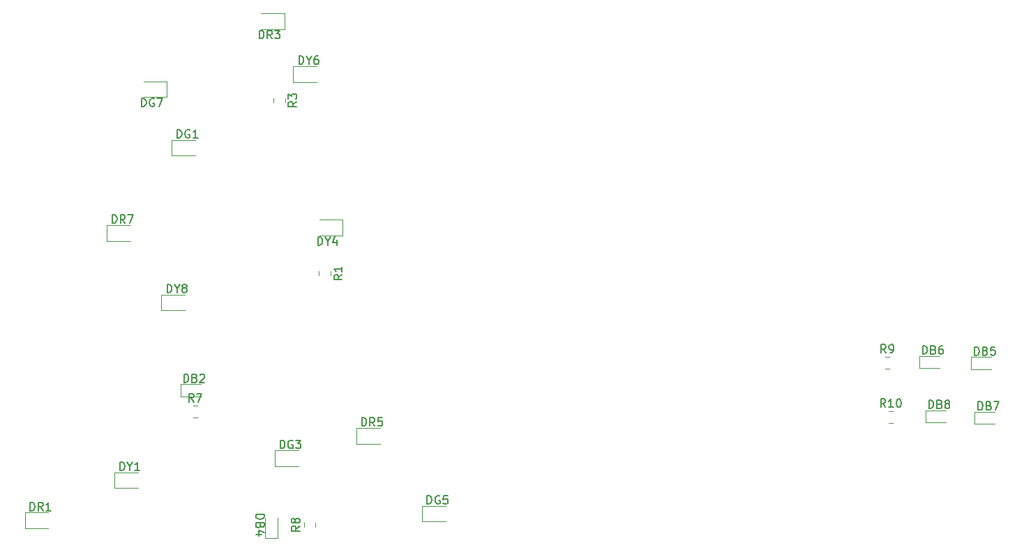
<source format=gbr>
%TF.GenerationSoftware,KiCad,Pcbnew,(5.1.10)-1*%
%TF.CreationDate,2021-10-19T12:04:05+02:00*%
%TF.ProjectId,_autosave-BaumOben,5f617574-6f73-4617-9665-2d4261756d4f,rev?*%
%TF.SameCoordinates,Original*%
%TF.FileFunction,Legend,Top*%
%TF.FilePolarity,Positive*%
%FSLAX46Y46*%
G04 Gerber Fmt 4.6, Leading zero omitted, Abs format (unit mm)*
G04 Created by KiCad (PCBNEW (5.1.10)-1) date 2021-10-19 12:04:05*
%MOMM*%
%LPD*%
G01*
G04 APERTURE LIST*
%ADD10C,0.120000*%
%ADD11C,0.150000*%
G04 APERTURE END LIST*
D10*
%TO.C,R10*%
X179752248Y-112066000D02*
X180274752Y-112066000D01*
X179752248Y-113486000D02*
X180274752Y-113486000D01*
%TO.C,R9*%
X179316748Y-105462000D02*
X179839252Y-105462000D01*
X179316748Y-106882000D02*
X179839252Y-106882000D01*
%TO.C,R8*%
X108764000Y-126118252D02*
X108764000Y-125595748D01*
X110184000Y-126118252D02*
X110184000Y-125595748D01*
%TO.C,R7*%
X95306248Y-111431000D02*
X95828752Y-111431000D01*
X95306248Y-112851000D02*
X95828752Y-112851000D01*
%TO.C,R3*%
X106501000Y-74033748D02*
X106501000Y-74556252D01*
X105081000Y-74033748D02*
X105081000Y-74556252D01*
%TO.C,R1*%
X112025500Y-95061248D02*
X112025500Y-95583752D01*
X110605500Y-95061248D02*
X110605500Y-95583752D01*
%TO.C,DY8*%
X94345000Y-97909500D02*
X91485000Y-97909500D01*
X91485000Y-97909500D02*
X91485000Y-99829500D01*
X91485000Y-99829500D02*
X94345000Y-99829500D01*
%TO.C,DY6*%
X110347000Y-70160000D02*
X107487000Y-70160000D01*
X107487000Y-70160000D02*
X107487000Y-72080000D01*
X107487000Y-72080000D02*
X110347000Y-72080000D01*
%TO.C,DY4*%
X110633000Y-90749000D02*
X113493000Y-90749000D01*
X113493000Y-90749000D02*
X113493000Y-88829000D01*
X113493000Y-88829000D02*
X110633000Y-88829000D01*
%TO.C,DY1*%
X88630000Y-119499500D02*
X85770000Y-119499500D01*
X85770000Y-119499500D02*
X85770000Y-121419500D01*
X85770000Y-121419500D02*
X88630000Y-121419500D01*
%TO.C,DR7*%
X87741000Y-89464000D02*
X84881000Y-89464000D01*
X84881000Y-89464000D02*
X84881000Y-91384000D01*
X84881000Y-91384000D02*
X87741000Y-91384000D01*
%TO.C,DR5*%
X118030500Y-114102000D02*
X115170500Y-114102000D01*
X115170500Y-114102000D02*
X115170500Y-116022000D01*
X115170500Y-116022000D02*
X118030500Y-116022000D01*
%TO.C,DR3*%
X103584500Y-65666500D02*
X106444500Y-65666500D01*
X106444500Y-65666500D02*
X106444500Y-63746500D01*
X106444500Y-63746500D02*
X103584500Y-63746500D01*
%TO.C,DR1*%
X77771500Y-124389000D02*
X74911500Y-124389000D01*
X74911500Y-124389000D02*
X74911500Y-126309000D01*
X74911500Y-126309000D02*
X77771500Y-126309000D01*
%TO.C,DG7*%
X89306000Y-73921500D02*
X92166000Y-73921500D01*
X92166000Y-73921500D02*
X92166000Y-72001500D01*
X92166000Y-72001500D02*
X89306000Y-72001500D01*
%TO.C,DG5*%
X125968000Y-123563500D02*
X123108000Y-123563500D01*
X123108000Y-123563500D02*
X123108000Y-125483500D01*
X123108000Y-125483500D02*
X125968000Y-125483500D01*
%TO.C,DG3*%
X108124500Y-116832500D02*
X105264500Y-116832500D01*
X105264500Y-116832500D02*
X105264500Y-118752500D01*
X105264500Y-118752500D02*
X108124500Y-118752500D01*
%TO.C,DG1*%
X95615000Y-79113500D02*
X92755000Y-79113500D01*
X92755000Y-79113500D02*
X92755000Y-81033500D01*
X92755000Y-81033500D02*
X95615000Y-81033500D01*
%TO.C,DB8*%
X186664500Y-111977500D02*
X184204500Y-111977500D01*
X184204500Y-111977500D02*
X184204500Y-113447500D01*
X184204500Y-113447500D02*
X186664500Y-113447500D01*
%TO.C,DB7*%
X192633500Y-112168000D02*
X190173500Y-112168000D01*
X190173500Y-112168000D02*
X190173500Y-113638000D01*
X190173500Y-113638000D02*
X192633500Y-113638000D01*
%TO.C,DB6*%
X185902500Y-105373500D02*
X183442500Y-105373500D01*
X183442500Y-105373500D02*
X183442500Y-106843500D01*
X183442500Y-106843500D02*
X185902500Y-106843500D01*
%TO.C,DB5*%
X192203000Y-105500500D02*
X189743000Y-105500500D01*
X189743000Y-105500500D02*
X189743000Y-106970500D01*
X189743000Y-106970500D02*
X192203000Y-106970500D01*
%TO.C,DB4*%
X104103500Y-125057000D02*
X104103500Y-127517000D01*
X104103500Y-127517000D02*
X105573500Y-127517000D01*
X105573500Y-127517000D02*
X105573500Y-125057000D01*
%TO.C,DB2*%
X96240500Y-108802500D02*
X93780500Y-108802500D01*
X93780500Y-108802500D02*
X93780500Y-110272500D01*
X93780500Y-110272500D02*
X96240500Y-110272500D01*
%TO.C,R10*%
D11*
X179370642Y-111578380D02*
X179037309Y-111102190D01*
X178799214Y-111578380D02*
X178799214Y-110578380D01*
X179180166Y-110578380D01*
X179275404Y-110626000D01*
X179323023Y-110673619D01*
X179370642Y-110768857D01*
X179370642Y-110911714D01*
X179323023Y-111006952D01*
X179275404Y-111054571D01*
X179180166Y-111102190D01*
X178799214Y-111102190D01*
X180323023Y-111578380D02*
X179751595Y-111578380D01*
X180037309Y-111578380D02*
X180037309Y-110578380D01*
X179942071Y-110721238D01*
X179846833Y-110816476D01*
X179751595Y-110864095D01*
X180942071Y-110578380D02*
X181037309Y-110578380D01*
X181132547Y-110626000D01*
X181180166Y-110673619D01*
X181227785Y-110768857D01*
X181275404Y-110959333D01*
X181275404Y-111197428D01*
X181227785Y-111387904D01*
X181180166Y-111483142D01*
X181132547Y-111530761D01*
X181037309Y-111578380D01*
X180942071Y-111578380D01*
X180846833Y-111530761D01*
X180799214Y-111483142D01*
X180751595Y-111387904D01*
X180703976Y-111197428D01*
X180703976Y-110959333D01*
X180751595Y-110768857D01*
X180799214Y-110673619D01*
X180846833Y-110626000D01*
X180942071Y-110578380D01*
%TO.C,R9*%
X179411333Y-104974380D02*
X179078000Y-104498190D01*
X178839904Y-104974380D02*
X178839904Y-103974380D01*
X179220857Y-103974380D01*
X179316095Y-104022000D01*
X179363714Y-104069619D01*
X179411333Y-104164857D01*
X179411333Y-104307714D01*
X179363714Y-104402952D01*
X179316095Y-104450571D01*
X179220857Y-104498190D01*
X178839904Y-104498190D01*
X179887523Y-104974380D02*
X180078000Y-104974380D01*
X180173238Y-104926761D01*
X180220857Y-104879142D01*
X180316095Y-104736285D01*
X180363714Y-104545809D01*
X180363714Y-104164857D01*
X180316095Y-104069619D01*
X180268476Y-104022000D01*
X180173238Y-103974380D01*
X179982761Y-103974380D01*
X179887523Y-104022000D01*
X179839904Y-104069619D01*
X179792285Y-104164857D01*
X179792285Y-104402952D01*
X179839904Y-104498190D01*
X179887523Y-104545809D01*
X179982761Y-104593428D01*
X180173238Y-104593428D01*
X180268476Y-104545809D01*
X180316095Y-104498190D01*
X180363714Y-104402952D01*
%TO.C,R8*%
X108276380Y-126023666D02*
X107800190Y-126357000D01*
X108276380Y-126595095D02*
X107276380Y-126595095D01*
X107276380Y-126214142D01*
X107324000Y-126118904D01*
X107371619Y-126071285D01*
X107466857Y-126023666D01*
X107609714Y-126023666D01*
X107704952Y-126071285D01*
X107752571Y-126118904D01*
X107800190Y-126214142D01*
X107800190Y-126595095D01*
X107704952Y-125452238D02*
X107657333Y-125547476D01*
X107609714Y-125595095D01*
X107514476Y-125642714D01*
X107466857Y-125642714D01*
X107371619Y-125595095D01*
X107324000Y-125547476D01*
X107276380Y-125452238D01*
X107276380Y-125261761D01*
X107324000Y-125166523D01*
X107371619Y-125118904D01*
X107466857Y-125071285D01*
X107514476Y-125071285D01*
X107609714Y-125118904D01*
X107657333Y-125166523D01*
X107704952Y-125261761D01*
X107704952Y-125452238D01*
X107752571Y-125547476D01*
X107800190Y-125595095D01*
X107895428Y-125642714D01*
X108085904Y-125642714D01*
X108181142Y-125595095D01*
X108228761Y-125547476D01*
X108276380Y-125452238D01*
X108276380Y-125261761D01*
X108228761Y-125166523D01*
X108181142Y-125118904D01*
X108085904Y-125071285D01*
X107895428Y-125071285D01*
X107800190Y-125118904D01*
X107752571Y-125166523D01*
X107704952Y-125261761D01*
%TO.C,R7*%
X95400833Y-110943380D02*
X95067500Y-110467190D01*
X94829404Y-110943380D02*
X94829404Y-109943380D01*
X95210357Y-109943380D01*
X95305595Y-109991000D01*
X95353214Y-110038619D01*
X95400833Y-110133857D01*
X95400833Y-110276714D01*
X95353214Y-110371952D01*
X95305595Y-110419571D01*
X95210357Y-110467190D01*
X94829404Y-110467190D01*
X95734166Y-109943380D02*
X96400833Y-109943380D01*
X95972261Y-110943380D01*
%TO.C,R3*%
X107893380Y-74461666D02*
X107417190Y-74795000D01*
X107893380Y-75033095D02*
X106893380Y-75033095D01*
X106893380Y-74652142D01*
X106941000Y-74556904D01*
X106988619Y-74509285D01*
X107083857Y-74461666D01*
X107226714Y-74461666D01*
X107321952Y-74509285D01*
X107369571Y-74556904D01*
X107417190Y-74652142D01*
X107417190Y-75033095D01*
X106893380Y-74128333D02*
X106893380Y-73509285D01*
X107274333Y-73842619D01*
X107274333Y-73699761D01*
X107321952Y-73604523D01*
X107369571Y-73556904D01*
X107464809Y-73509285D01*
X107702904Y-73509285D01*
X107798142Y-73556904D01*
X107845761Y-73604523D01*
X107893380Y-73699761D01*
X107893380Y-73985476D01*
X107845761Y-74080714D01*
X107798142Y-74128333D01*
%TO.C,R1*%
X113417880Y-95489166D02*
X112941690Y-95822500D01*
X113417880Y-96060595D02*
X112417880Y-96060595D01*
X112417880Y-95679642D01*
X112465500Y-95584404D01*
X112513119Y-95536785D01*
X112608357Y-95489166D01*
X112751214Y-95489166D01*
X112846452Y-95536785D01*
X112894071Y-95584404D01*
X112941690Y-95679642D01*
X112941690Y-96060595D01*
X113417880Y-94536785D02*
X113417880Y-95108214D01*
X113417880Y-94822500D02*
X112417880Y-94822500D01*
X112560738Y-94917738D01*
X112655976Y-95012976D01*
X112703595Y-95108214D01*
%TO.C,DY8*%
X92178333Y-97671880D02*
X92178333Y-96671880D01*
X92416428Y-96671880D01*
X92559285Y-96719500D01*
X92654523Y-96814738D01*
X92702142Y-96909976D01*
X92749761Y-97100452D01*
X92749761Y-97243309D01*
X92702142Y-97433785D01*
X92654523Y-97529023D01*
X92559285Y-97624261D01*
X92416428Y-97671880D01*
X92178333Y-97671880D01*
X93368809Y-97195690D02*
X93368809Y-97671880D01*
X93035476Y-96671880D02*
X93368809Y-97195690D01*
X93702142Y-96671880D01*
X94178333Y-97100452D02*
X94083095Y-97052833D01*
X94035476Y-97005214D01*
X93987857Y-96909976D01*
X93987857Y-96862357D01*
X94035476Y-96767119D01*
X94083095Y-96719500D01*
X94178333Y-96671880D01*
X94368809Y-96671880D01*
X94464047Y-96719500D01*
X94511666Y-96767119D01*
X94559285Y-96862357D01*
X94559285Y-96909976D01*
X94511666Y-97005214D01*
X94464047Y-97052833D01*
X94368809Y-97100452D01*
X94178333Y-97100452D01*
X94083095Y-97148071D01*
X94035476Y-97195690D01*
X93987857Y-97290928D01*
X93987857Y-97481404D01*
X94035476Y-97576642D01*
X94083095Y-97624261D01*
X94178333Y-97671880D01*
X94368809Y-97671880D01*
X94464047Y-97624261D01*
X94511666Y-97576642D01*
X94559285Y-97481404D01*
X94559285Y-97290928D01*
X94511666Y-97195690D01*
X94464047Y-97148071D01*
X94368809Y-97100452D01*
%TO.C,DY6*%
X108180333Y-69922380D02*
X108180333Y-68922380D01*
X108418428Y-68922380D01*
X108561285Y-68970000D01*
X108656523Y-69065238D01*
X108704142Y-69160476D01*
X108751761Y-69350952D01*
X108751761Y-69493809D01*
X108704142Y-69684285D01*
X108656523Y-69779523D01*
X108561285Y-69874761D01*
X108418428Y-69922380D01*
X108180333Y-69922380D01*
X109370809Y-69446190D02*
X109370809Y-69922380D01*
X109037476Y-68922380D02*
X109370809Y-69446190D01*
X109704142Y-68922380D01*
X110466047Y-68922380D02*
X110275571Y-68922380D01*
X110180333Y-68970000D01*
X110132714Y-69017619D01*
X110037476Y-69160476D01*
X109989857Y-69350952D01*
X109989857Y-69731904D01*
X110037476Y-69827142D01*
X110085095Y-69874761D01*
X110180333Y-69922380D01*
X110370809Y-69922380D01*
X110466047Y-69874761D01*
X110513666Y-69827142D01*
X110561285Y-69731904D01*
X110561285Y-69493809D01*
X110513666Y-69398571D01*
X110466047Y-69350952D01*
X110370809Y-69303333D01*
X110180333Y-69303333D01*
X110085095Y-69350952D01*
X110037476Y-69398571D01*
X109989857Y-69493809D01*
%TO.C,DY4*%
X110466333Y-91891380D02*
X110466333Y-90891380D01*
X110704428Y-90891380D01*
X110847285Y-90939000D01*
X110942523Y-91034238D01*
X110990142Y-91129476D01*
X111037761Y-91319952D01*
X111037761Y-91462809D01*
X110990142Y-91653285D01*
X110942523Y-91748523D01*
X110847285Y-91843761D01*
X110704428Y-91891380D01*
X110466333Y-91891380D01*
X111656809Y-91415190D02*
X111656809Y-91891380D01*
X111323476Y-90891380D02*
X111656809Y-91415190D01*
X111990142Y-90891380D01*
X112752047Y-91224714D02*
X112752047Y-91891380D01*
X112513952Y-90843761D02*
X112275857Y-91558047D01*
X112894904Y-91558047D01*
%TO.C,DY1*%
X86463333Y-119261880D02*
X86463333Y-118261880D01*
X86701428Y-118261880D01*
X86844285Y-118309500D01*
X86939523Y-118404738D01*
X86987142Y-118499976D01*
X87034761Y-118690452D01*
X87034761Y-118833309D01*
X86987142Y-119023785D01*
X86939523Y-119119023D01*
X86844285Y-119214261D01*
X86701428Y-119261880D01*
X86463333Y-119261880D01*
X87653809Y-118785690D02*
X87653809Y-119261880D01*
X87320476Y-118261880D02*
X87653809Y-118785690D01*
X87987142Y-118261880D01*
X88844285Y-119261880D02*
X88272857Y-119261880D01*
X88558571Y-119261880D02*
X88558571Y-118261880D01*
X88463333Y-118404738D01*
X88368095Y-118499976D01*
X88272857Y-118547595D01*
%TO.C,DR7*%
X85502904Y-89226380D02*
X85502904Y-88226380D01*
X85741000Y-88226380D01*
X85883857Y-88274000D01*
X85979095Y-88369238D01*
X86026714Y-88464476D01*
X86074333Y-88654952D01*
X86074333Y-88797809D01*
X86026714Y-88988285D01*
X85979095Y-89083523D01*
X85883857Y-89178761D01*
X85741000Y-89226380D01*
X85502904Y-89226380D01*
X87074333Y-89226380D02*
X86741000Y-88750190D01*
X86502904Y-89226380D02*
X86502904Y-88226380D01*
X86883857Y-88226380D01*
X86979095Y-88274000D01*
X87026714Y-88321619D01*
X87074333Y-88416857D01*
X87074333Y-88559714D01*
X87026714Y-88654952D01*
X86979095Y-88702571D01*
X86883857Y-88750190D01*
X86502904Y-88750190D01*
X87407666Y-88226380D02*
X88074333Y-88226380D01*
X87645761Y-89226380D01*
%TO.C,DR5*%
X115792404Y-113864380D02*
X115792404Y-112864380D01*
X116030500Y-112864380D01*
X116173357Y-112912000D01*
X116268595Y-113007238D01*
X116316214Y-113102476D01*
X116363833Y-113292952D01*
X116363833Y-113435809D01*
X116316214Y-113626285D01*
X116268595Y-113721523D01*
X116173357Y-113816761D01*
X116030500Y-113864380D01*
X115792404Y-113864380D01*
X117363833Y-113864380D02*
X117030500Y-113388190D01*
X116792404Y-113864380D02*
X116792404Y-112864380D01*
X117173357Y-112864380D01*
X117268595Y-112912000D01*
X117316214Y-112959619D01*
X117363833Y-113054857D01*
X117363833Y-113197714D01*
X117316214Y-113292952D01*
X117268595Y-113340571D01*
X117173357Y-113388190D01*
X116792404Y-113388190D01*
X118268595Y-112864380D02*
X117792404Y-112864380D01*
X117744785Y-113340571D01*
X117792404Y-113292952D01*
X117887642Y-113245333D01*
X118125738Y-113245333D01*
X118220976Y-113292952D01*
X118268595Y-113340571D01*
X118316214Y-113435809D01*
X118316214Y-113673904D01*
X118268595Y-113769142D01*
X118220976Y-113816761D01*
X118125738Y-113864380D01*
X117887642Y-113864380D01*
X117792404Y-113816761D01*
X117744785Y-113769142D01*
%TO.C,DR3*%
X103346404Y-66808880D02*
X103346404Y-65808880D01*
X103584500Y-65808880D01*
X103727357Y-65856500D01*
X103822595Y-65951738D01*
X103870214Y-66046976D01*
X103917833Y-66237452D01*
X103917833Y-66380309D01*
X103870214Y-66570785D01*
X103822595Y-66666023D01*
X103727357Y-66761261D01*
X103584500Y-66808880D01*
X103346404Y-66808880D01*
X104917833Y-66808880D02*
X104584500Y-66332690D01*
X104346404Y-66808880D02*
X104346404Y-65808880D01*
X104727357Y-65808880D01*
X104822595Y-65856500D01*
X104870214Y-65904119D01*
X104917833Y-65999357D01*
X104917833Y-66142214D01*
X104870214Y-66237452D01*
X104822595Y-66285071D01*
X104727357Y-66332690D01*
X104346404Y-66332690D01*
X105251166Y-65808880D02*
X105870214Y-65808880D01*
X105536880Y-66189833D01*
X105679738Y-66189833D01*
X105774976Y-66237452D01*
X105822595Y-66285071D01*
X105870214Y-66380309D01*
X105870214Y-66618404D01*
X105822595Y-66713642D01*
X105774976Y-66761261D01*
X105679738Y-66808880D01*
X105394023Y-66808880D01*
X105298785Y-66761261D01*
X105251166Y-66713642D01*
%TO.C,DR1*%
X75533404Y-124151380D02*
X75533404Y-123151380D01*
X75771500Y-123151380D01*
X75914357Y-123199000D01*
X76009595Y-123294238D01*
X76057214Y-123389476D01*
X76104833Y-123579952D01*
X76104833Y-123722809D01*
X76057214Y-123913285D01*
X76009595Y-124008523D01*
X75914357Y-124103761D01*
X75771500Y-124151380D01*
X75533404Y-124151380D01*
X77104833Y-124151380D02*
X76771500Y-123675190D01*
X76533404Y-124151380D02*
X76533404Y-123151380D01*
X76914357Y-123151380D01*
X77009595Y-123199000D01*
X77057214Y-123246619D01*
X77104833Y-123341857D01*
X77104833Y-123484714D01*
X77057214Y-123579952D01*
X77009595Y-123627571D01*
X76914357Y-123675190D01*
X76533404Y-123675190D01*
X78057214Y-124151380D02*
X77485785Y-124151380D01*
X77771500Y-124151380D02*
X77771500Y-123151380D01*
X77676261Y-123294238D01*
X77581023Y-123389476D01*
X77485785Y-123437095D01*
%TO.C,DG7*%
X89067904Y-75063880D02*
X89067904Y-74063880D01*
X89306000Y-74063880D01*
X89448857Y-74111500D01*
X89544095Y-74206738D01*
X89591714Y-74301976D01*
X89639333Y-74492452D01*
X89639333Y-74635309D01*
X89591714Y-74825785D01*
X89544095Y-74921023D01*
X89448857Y-75016261D01*
X89306000Y-75063880D01*
X89067904Y-75063880D01*
X90591714Y-74111500D02*
X90496476Y-74063880D01*
X90353619Y-74063880D01*
X90210761Y-74111500D01*
X90115523Y-74206738D01*
X90067904Y-74301976D01*
X90020285Y-74492452D01*
X90020285Y-74635309D01*
X90067904Y-74825785D01*
X90115523Y-74921023D01*
X90210761Y-75016261D01*
X90353619Y-75063880D01*
X90448857Y-75063880D01*
X90591714Y-75016261D01*
X90639333Y-74968642D01*
X90639333Y-74635309D01*
X90448857Y-74635309D01*
X90972666Y-74063880D02*
X91639333Y-74063880D01*
X91210761Y-75063880D01*
%TO.C,DG5*%
X123729904Y-123325880D02*
X123729904Y-122325880D01*
X123968000Y-122325880D01*
X124110857Y-122373500D01*
X124206095Y-122468738D01*
X124253714Y-122563976D01*
X124301333Y-122754452D01*
X124301333Y-122897309D01*
X124253714Y-123087785D01*
X124206095Y-123183023D01*
X124110857Y-123278261D01*
X123968000Y-123325880D01*
X123729904Y-123325880D01*
X125253714Y-122373500D02*
X125158476Y-122325880D01*
X125015619Y-122325880D01*
X124872761Y-122373500D01*
X124777523Y-122468738D01*
X124729904Y-122563976D01*
X124682285Y-122754452D01*
X124682285Y-122897309D01*
X124729904Y-123087785D01*
X124777523Y-123183023D01*
X124872761Y-123278261D01*
X125015619Y-123325880D01*
X125110857Y-123325880D01*
X125253714Y-123278261D01*
X125301333Y-123230642D01*
X125301333Y-122897309D01*
X125110857Y-122897309D01*
X126206095Y-122325880D02*
X125729904Y-122325880D01*
X125682285Y-122802071D01*
X125729904Y-122754452D01*
X125825142Y-122706833D01*
X126063238Y-122706833D01*
X126158476Y-122754452D01*
X126206095Y-122802071D01*
X126253714Y-122897309D01*
X126253714Y-123135404D01*
X126206095Y-123230642D01*
X126158476Y-123278261D01*
X126063238Y-123325880D01*
X125825142Y-123325880D01*
X125729904Y-123278261D01*
X125682285Y-123230642D01*
%TO.C,DG3*%
X105886404Y-116594880D02*
X105886404Y-115594880D01*
X106124500Y-115594880D01*
X106267357Y-115642500D01*
X106362595Y-115737738D01*
X106410214Y-115832976D01*
X106457833Y-116023452D01*
X106457833Y-116166309D01*
X106410214Y-116356785D01*
X106362595Y-116452023D01*
X106267357Y-116547261D01*
X106124500Y-116594880D01*
X105886404Y-116594880D01*
X107410214Y-115642500D02*
X107314976Y-115594880D01*
X107172119Y-115594880D01*
X107029261Y-115642500D01*
X106934023Y-115737738D01*
X106886404Y-115832976D01*
X106838785Y-116023452D01*
X106838785Y-116166309D01*
X106886404Y-116356785D01*
X106934023Y-116452023D01*
X107029261Y-116547261D01*
X107172119Y-116594880D01*
X107267357Y-116594880D01*
X107410214Y-116547261D01*
X107457833Y-116499642D01*
X107457833Y-116166309D01*
X107267357Y-116166309D01*
X107791166Y-115594880D02*
X108410214Y-115594880D01*
X108076880Y-115975833D01*
X108219738Y-115975833D01*
X108314976Y-116023452D01*
X108362595Y-116071071D01*
X108410214Y-116166309D01*
X108410214Y-116404404D01*
X108362595Y-116499642D01*
X108314976Y-116547261D01*
X108219738Y-116594880D01*
X107934023Y-116594880D01*
X107838785Y-116547261D01*
X107791166Y-116499642D01*
%TO.C,DG1*%
X93376904Y-78875880D02*
X93376904Y-77875880D01*
X93615000Y-77875880D01*
X93757857Y-77923500D01*
X93853095Y-78018738D01*
X93900714Y-78113976D01*
X93948333Y-78304452D01*
X93948333Y-78447309D01*
X93900714Y-78637785D01*
X93853095Y-78733023D01*
X93757857Y-78828261D01*
X93615000Y-78875880D01*
X93376904Y-78875880D01*
X94900714Y-77923500D02*
X94805476Y-77875880D01*
X94662619Y-77875880D01*
X94519761Y-77923500D01*
X94424523Y-78018738D01*
X94376904Y-78113976D01*
X94329285Y-78304452D01*
X94329285Y-78447309D01*
X94376904Y-78637785D01*
X94424523Y-78733023D01*
X94519761Y-78828261D01*
X94662619Y-78875880D01*
X94757857Y-78875880D01*
X94900714Y-78828261D01*
X94948333Y-78780642D01*
X94948333Y-78447309D01*
X94757857Y-78447309D01*
X95900714Y-78875880D02*
X95329285Y-78875880D01*
X95615000Y-78875880D02*
X95615000Y-77875880D01*
X95519761Y-78018738D01*
X95424523Y-78113976D01*
X95329285Y-78161595D01*
%TO.C,DB8*%
X184626404Y-111734880D02*
X184626404Y-110734880D01*
X184864500Y-110734880D01*
X185007357Y-110782500D01*
X185102595Y-110877738D01*
X185150214Y-110972976D01*
X185197833Y-111163452D01*
X185197833Y-111306309D01*
X185150214Y-111496785D01*
X185102595Y-111592023D01*
X185007357Y-111687261D01*
X184864500Y-111734880D01*
X184626404Y-111734880D01*
X185959738Y-111211071D02*
X186102595Y-111258690D01*
X186150214Y-111306309D01*
X186197833Y-111401547D01*
X186197833Y-111544404D01*
X186150214Y-111639642D01*
X186102595Y-111687261D01*
X186007357Y-111734880D01*
X185626404Y-111734880D01*
X185626404Y-110734880D01*
X185959738Y-110734880D01*
X186054976Y-110782500D01*
X186102595Y-110830119D01*
X186150214Y-110925357D01*
X186150214Y-111020595D01*
X186102595Y-111115833D01*
X186054976Y-111163452D01*
X185959738Y-111211071D01*
X185626404Y-111211071D01*
X186769261Y-111163452D02*
X186674023Y-111115833D01*
X186626404Y-111068214D01*
X186578785Y-110972976D01*
X186578785Y-110925357D01*
X186626404Y-110830119D01*
X186674023Y-110782500D01*
X186769261Y-110734880D01*
X186959738Y-110734880D01*
X187054976Y-110782500D01*
X187102595Y-110830119D01*
X187150214Y-110925357D01*
X187150214Y-110972976D01*
X187102595Y-111068214D01*
X187054976Y-111115833D01*
X186959738Y-111163452D01*
X186769261Y-111163452D01*
X186674023Y-111211071D01*
X186626404Y-111258690D01*
X186578785Y-111353928D01*
X186578785Y-111544404D01*
X186626404Y-111639642D01*
X186674023Y-111687261D01*
X186769261Y-111734880D01*
X186959738Y-111734880D01*
X187054976Y-111687261D01*
X187102595Y-111639642D01*
X187150214Y-111544404D01*
X187150214Y-111353928D01*
X187102595Y-111258690D01*
X187054976Y-111211071D01*
X186959738Y-111163452D01*
%TO.C,DB7*%
X190595404Y-111925380D02*
X190595404Y-110925380D01*
X190833500Y-110925380D01*
X190976357Y-110973000D01*
X191071595Y-111068238D01*
X191119214Y-111163476D01*
X191166833Y-111353952D01*
X191166833Y-111496809D01*
X191119214Y-111687285D01*
X191071595Y-111782523D01*
X190976357Y-111877761D01*
X190833500Y-111925380D01*
X190595404Y-111925380D01*
X191928738Y-111401571D02*
X192071595Y-111449190D01*
X192119214Y-111496809D01*
X192166833Y-111592047D01*
X192166833Y-111734904D01*
X192119214Y-111830142D01*
X192071595Y-111877761D01*
X191976357Y-111925380D01*
X191595404Y-111925380D01*
X191595404Y-110925380D01*
X191928738Y-110925380D01*
X192023976Y-110973000D01*
X192071595Y-111020619D01*
X192119214Y-111115857D01*
X192119214Y-111211095D01*
X192071595Y-111306333D01*
X192023976Y-111353952D01*
X191928738Y-111401571D01*
X191595404Y-111401571D01*
X192500166Y-110925380D02*
X193166833Y-110925380D01*
X192738261Y-111925380D01*
%TO.C,DB6*%
X183864404Y-105130880D02*
X183864404Y-104130880D01*
X184102500Y-104130880D01*
X184245357Y-104178500D01*
X184340595Y-104273738D01*
X184388214Y-104368976D01*
X184435833Y-104559452D01*
X184435833Y-104702309D01*
X184388214Y-104892785D01*
X184340595Y-104988023D01*
X184245357Y-105083261D01*
X184102500Y-105130880D01*
X183864404Y-105130880D01*
X185197738Y-104607071D02*
X185340595Y-104654690D01*
X185388214Y-104702309D01*
X185435833Y-104797547D01*
X185435833Y-104940404D01*
X185388214Y-105035642D01*
X185340595Y-105083261D01*
X185245357Y-105130880D01*
X184864404Y-105130880D01*
X184864404Y-104130880D01*
X185197738Y-104130880D01*
X185292976Y-104178500D01*
X185340595Y-104226119D01*
X185388214Y-104321357D01*
X185388214Y-104416595D01*
X185340595Y-104511833D01*
X185292976Y-104559452D01*
X185197738Y-104607071D01*
X184864404Y-104607071D01*
X186292976Y-104130880D02*
X186102500Y-104130880D01*
X186007261Y-104178500D01*
X185959642Y-104226119D01*
X185864404Y-104368976D01*
X185816785Y-104559452D01*
X185816785Y-104940404D01*
X185864404Y-105035642D01*
X185912023Y-105083261D01*
X186007261Y-105130880D01*
X186197738Y-105130880D01*
X186292976Y-105083261D01*
X186340595Y-105035642D01*
X186388214Y-104940404D01*
X186388214Y-104702309D01*
X186340595Y-104607071D01*
X186292976Y-104559452D01*
X186197738Y-104511833D01*
X186007261Y-104511833D01*
X185912023Y-104559452D01*
X185864404Y-104607071D01*
X185816785Y-104702309D01*
%TO.C,DB5*%
X190164904Y-105257880D02*
X190164904Y-104257880D01*
X190403000Y-104257880D01*
X190545857Y-104305500D01*
X190641095Y-104400738D01*
X190688714Y-104495976D01*
X190736333Y-104686452D01*
X190736333Y-104829309D01*
X190688714Y-105019785D01*
X190641095Y-105115023D01*
X190545857Y-105210261D01*
X190403000Y-105257880D01*
X190164904Y-105257880D01*
X191498238Y-104734071D02*
X191641095Y-104781690D01*
X191688714Y-104829309D01*
X191736333Y-104924547D01*
X191736333Y-105067404D01*
X191688714Y-105162642D01*
X191641095Y-105210261D01*
X191545857Y-105257880D01*
X191164904Y-105257880D01*
X191164904Y-104257880D01*
X191498238Y-104257880D01*
X191593476Y-104305500D01*
X191641095Y-104353119D01*
X191688714Y-104448357D01*
X191688714Y-104543595D01*
X191641095Y-104638833D01*
X191593476Y-104686452D01*
X191498238Y-104734071D01*
X191164904Y-104734071D01*
X192641095Y-104257880D02*
X192164904Y-104257880D01*
X192117285Y-104734071D01*
X192164904Y-104686452D01*
X192260142Y-104638833D01*
X192498238Y-104638833D01*
X192593476Y-104686452D01*
X192641095Y-104734071D01*
X192688714Y-104829309D01*
X192688714Y-105067404D01*
X192641095Y-105162642D01*
X192593476Y-105210261D01*
X192498238Y-105257880D01*
X192260142Y-105257880D01*
X192164904Y-105210261D01*
X192117285Y-105162642D01*
%TO.C,DB4*%
X102956119Y-124618904D02*
X103956119Y-124618904D01*
X103956119Y-124857000D01*
X103908500Y-124999857D01*
X103813261Y-125095095D01*
X103718023Y-125142714D01*
X103527547Y-125190333D01*
X103384690Y-125190333D01*
X103194214Y-125142714D01*
X103098976Y-125095095D01*
X103003738Y-124999857D01*
X102956119Y-124857000D01*
X102956119Y-124618904D01*
X103479928Y-125952238D02*
X103432309Y-126095095D01*
X103384690Y-126142714D01*
X103289452Y-126190333D01*
X103146595Y-126190333D01*
X103051357Y-126142714D01*
X103003738Y-126095095D01*
X102956119Y-125999857D01*
X102956119Y-125618904D01*
X103956119Y-125618904D01*
X103956119Y-125952238D01*
X103908500Y-126047476D01*
X103860880Y-126095095D01*
X103765642Y-126142714D01*
X103670404Y-126142714D01*
X103575166Y-126095095D01*
X103527547Y-126047476D01*
X103479928Y-125952238D01*
X103479928Y-125618904D01*
X103622785Y-127047476D02*
X102956119Y-127047476D01*
X104003738Y-126809380D02*
X103289452Y-126571285D01*
X103289452Y-127190333D01*
%TO.C,DB2*%
X94202404Y-108559880D02*
X94202404Y-107559880D01*
X94440500Y-107559880D01*
X94583357Y-107607500D01*
X94678595Y-107702738D01*
X94726214Y-107797976D01*
X94773833Y-107988452D01*
X94773833Y-108131309D01*
X94726214Y-108321785D01*
X94678595Y-108417023D01*
X94583357Y-108512261D01*
X94440500Y-108559880D01*
X94202404Y-108559880D01*
X95535738Y-108036071D02*
X95678595Y-108083690D01*
X95726214Y-108131309D01*
X95773833Y-108226547D01*
X95773833Y-108369404D01*
X95726214Y-108464642D01*
X95678595Y-108512261D01*
X95583357Y-108559880D01*
X95202404Y-108559880D01*
X95202404Y-107559880D01*
X95535738Y-107559880D01*
X95630976Y-107607500D01*
X95678595Y-107655119D01*
X95726214Y-107750357D01*
X95726214Y-107845595D01*
X95678595Y-107940833D01*
X95630976Y-107988452D01*
X95535738Y-108036071D01*
X95202404Y-108036071D01*
X96154785Y-107655119D02*
X96202404Y-107607500D01*
X96297642Y-107559880D01*
X96535738Y-107559880D01*
X96630976Y-107607500D01*
X96678595Y-107655119D01*
X96726214Y-107750357D01*
X96726214Y-107845595D01*
X96678595Y-107988452D01*
X96107166Y-108559880D01*
X96726214Y-108559880D01*
%TD*%
M02*

</source>
